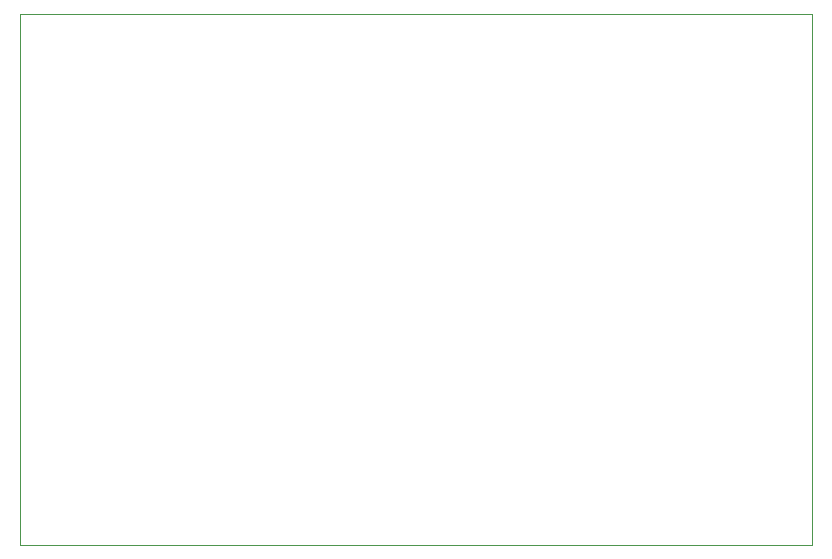
<source format=gbr>
G04 #@! TF.GenerationSoftware,KiCad,Pcbnew,5.1.6-c6e7f7d~87~ubuntu20.04.1*
G04 #@! TF.CreationDate,2020-09-01T15:12:56+02:00*
G04 #@! TF.ProjectId,UVDAR_Board,55564441-525f-4426-9f61-72642e6b6963,rev?*
G04 #@! TF.SameCoordinates,Original*
G04 #@! TF.FileFunction,Profile,NP*
%FSLAX46Y46*%
G04 Gerber Fmt 4.6, Leading zero omitted, Abs format (unit mm)*
G04 Created by KiCad (PCBNEW 5.1.6-c6e7f7d~87~ubuntu20.04.1) date 2020-09-01 15:12:56*
%MOMM*%
%LPD*%
G01*
G04 APERTURE LIST*
G04 #@! TA.AperFunction,Profile*
%ADD10C,0.100000*%
G04 #@! TD*
G04 APERTURE END LIST*
D10*
X92000000Y-147000000D02*
X92000000Y-102000000D01*
X159000000Y-147000000D02*
X92000000Y-147000000D01*
X159000000Y-102000000D02*
X159000000Y-147000000D01*
X92000000Y-102000000D02*
X159000000Y-102000000D01*
M02*

</source>
